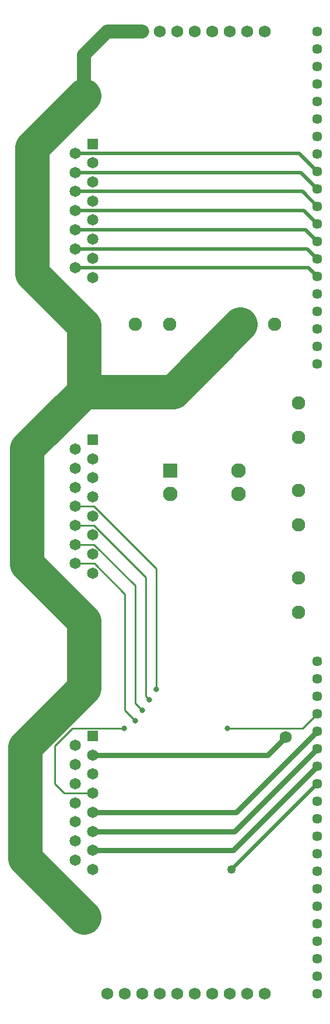
<source format=gbr>
%TF.GenerationSoftware,KiCad,Pcbnew,8.0.7*%
%TF.CreationDate,2025-01-14T17:00:07-05:00*%
%TF.ProjectId,IO Board,494f2042-6f61-4726-942e-6b696361645f,rev?*%
%TF.SameCoordinates,Original*%
%TF.FileFunction,Copper,L2,Bot*%
%TF.FilePolarity,Positive*%
%FSLAX46Y46*%
G04 Gerber Fmt 4.6, Leading zero omitted, Abs format (unit mm)*
G04 Created by KiCad (PCBNEW 8.0.7) date 2025-01-14 17:00:07*
%MOMM*%
%LPD*%
G01*
G04 APERTURE LIST*
%TA.AperFunction,ComponentPad*%
%ADD10R,2.108200X2.108200*%
%TD*%
%TA.AperFunction,ComponentPad*%
%ADD11C,2.108200*%
%TD*%
%TA.AperFunction,ComponentPad*%
%ADD12C,1.950000*%
%TD*%
%TA.AperFunction,ComponentPad*%
%ADD13R,1.650000X1.650000*%
%TD*%
%TA.AperFunction,ComponentPad*%
%ADD14C,1.650000*%
%TD*%
%TA.AperFunction,ComponentPad*%
%ADD15C,4.216000*%
%TD*%
%TA.AperFunction,ComponentPad*%
%ADD16C,1.750000*%
%TD*%
%TA.AperFunction,ComponentPad*%
%ADD17C,1.447800*%
%TD*%
%TA.AperFunction,ViaPad*%
%ADD18C,0.800000*%
%TD*%
%TA.AperFunction,ViaPad*%
%ADD19C,1.750000*%
%TD*%
%TA.AperFunction,ViaPad*%
%ADD20C,1.250000*%
%TD*%
%TA.AperFunction,Conductor*%
%ADD21C,0.500000*%
%TD*%
%TA.AperFunction,Conductor*%
%ADD22C,0.250000*%
%TD*%
%TA.AperFunction,Conductor*%
%ADD23C,0.750000*%
%TD*%
%TA.AperFunction,Conductor*%
%ADD24C,5.000000*%
%TD*%
%TA.AperFunction,Conductor*%
%ADD25C,2.000000*%
%TD*%
G04 APERTURE END LIST*
D10*
%TO.P,F1,1,1*%
%TO.N,Net-(F1-Pad1)*%
X108200000Y-84100000D03*
D11*
%TO.P,F1,2,2*%
X108200000Y-87503600D03*
%TO.P,F1,3,3*%
%TO.N,Net-(F1-Pad3)*%
X118106000Y-87503600D03*
%TO.P,F1,4,4*%
X118106000Y-84100000D03*
%TD*%
D12*
%TO.P,J8,1*%
%TO.N,Net-(J1-Pad1)*%
X118400000Y-62850000D03*
%TO.P,J8,2*%
X123400000Y-62850000D03*
%TD*%
%TO.P,J10,1*%
%TO.N,Net-(F1-Pad3)*%
X126800000Y-86940000D03*
%TO.P,J10,2*%
X126800000Y-91940000D03*
%TD*%
D13*
%TO.P,J4,01,01*%
%TO.N,Net-(J4-Pad01)*%
X96930000Y-122615000D03*
D14*
%TO.P,J4,02,02*%
%TO.N,unconnected-(J4-Pad02)*%
X96930000Y-125385000D03*
%TO.P,J4,03,03*%
%TO.N,unconnected-(J4-Pad03)*%
X96930000Y-128155000D03*
%TO.P,J4,04,04*%
%TO.N,Net-(J4-Pad04)*%
X96930000Y-130925000D03*
%TO.P,J4,05,05*%
%TO.N,Net-(J4-Pad05)*%
X96930000Y-133695000D03*
%TO.P,J4,06,06*%
%TO.N,Net-(J4-Pad06)*%
X96930000Y-136465000D03*
%TO.P,J4,07,07*%
%TO.N,Net-(J4-Pad07)*%
X96930000Y-139235000D03*
%TO.P,J4,08,08*%
%TO.N,Net-(J4-Pad08)*%
X96930000Y-142005000D03*
%TO.P,J4,09,09*%
%TO.N,Net-(J4-Pad09)*%
X94390000Y-124000000D03*
%TO.P,J4,10,10*%
%TO.N,Net-(J4-Pad10)*%
X94390000Y-126770000D03*
%TO.P,J4,11,11*%
%TO.N,Net-(J4-Pad11)*%
X94390000Y-129540000D03*
%TO.P,J4,12,12*%
%TO.N,Net-(J4-Pad12)*%
X94390000Y-132310000D03*
%TO.P,J4,13,13*%
%TO.N,Net-(J4-Pad13)*%
X94390000Y-135080000D03*
%TO.P,J4,14,14*%
%TO.N,Net-(J4-Pad14)*%
X94390000Y-137850000D03*
%TO.P,J4,15,15*%
%TO.N,Net-(J4-Pad15)*%
X94390000Y-140620000D03*
D15*
%TO.P,J4,S1,SHIELD*%
%TO.N,Net-(J1-Pad1)*%
X95660000Y-115650000D03*
%TO.P,J4,S2,SHIELD*%
X95660000Y-148970000D03*
%TD*%
D16*
%TO.P,REF\u002A\u002A,1*%
%TO.N,N/C*%
X99060000Y-160020000D03*
%TO.P,REF\u002A\u002A,2*%
X101600000Y-160020000D03*
%TO.P,REF\u002A\u002A,3*%
X104140000Y-160020000D03*
%TO.P,REF\u002A\u002A,4*%
X106680000Y-160020000D03*
%TO.P,REF\u002A\u002A,5*%
X109220000Y-160020000D03*
%TO.P,REF\u002A\u002A,6*%
X111760000Y-160020000D03*
%TO.P,REF\u002A\u002A,7*%
X114300000Y-160020000D03*
%TO.P,REF\u002A\u002A,8*%
X116840000Y-160020000D03*
%TO.P,REF\u002A\u002A,9*%
X119380000Y-160020000D03*
%TO.P,REF\u002A\u002A,10*%
X121920000Y-160020000D03*
%TD*%
D12*
%TO.P,J11,1*%
%TO.N,Net-(F1-Pad1)*%
X126800000Y-99700000D03*
%TO.P,J11,2*%
X126800000Y-104700000D03*
%TD*%
D17*
%TO.P,J5,1,1*%
%TO.N,Net-(J2-Pad01)*%
X129540000Y-20340500D03*
%TO.P,J5,2,2*%
%TO.N,Net-(J2-Pad02)*%
X129540000Y-22880500D03*
%TO.P,J5,3,3*%
%TO.N,Net-(J2-Pad03)*%
X129540000Y-25420500D03*
%TO.P,J5,4,4*%
%TO.N,Net-(J2-Pad04)*%
X129540000Y-27960500D03*
%TO.P,J5,5,5*%
%TO.N,unconnected-(J5-Pad5)*%
X129540000Y-30500500D03*
%TO.P,J5,6,6*%
%TO.N,Net-(J2-Pad06)*%
X129540000Y-33040500D03*
%TO.P,J5,7,7*%
%TO.N,Net-(J2-Pad07)*%
X129540000Y-35580500D03*
%TO.P,J5,8,8*%
%TO.N,Net-(J2-Pad08)*%
X129540000Y-38120500D03*
%TO.P,J5,9,9*%
%TO.N,Net-(J2-Pad09)*%
X129540000Y-40660500D03*
%TO.P,J5,10,10*%
%TO.N,Net-(J2-Pad10)*%
X129540000Y-43200500D03*
%TO.P,J5,11,11*%
%TO.N,Net-(J2-Pad11)*%
X129540000Y-45740500D03*
%TO.P,J5,12,12*%
%TO.N,Net-(J2-Pad12)*%
X129540000Y-48280500D03*
%TO.P,J5,13,13*%
%TO.N,Net-(J2-Pad13)*%
X129540000Y-50820500D03*
%TO.P,J5,14,14*%
%TO.N,Net-(J2-Pad14)*%
X129540000Y-53360500D03*
%TO.P,J5,15,15*%
%TO.N,Net-(J2-Pad15)*%
X129540000Y-55900500D03*
%TO.P,J5,16,16*%
%TO.N,unconnected-(J5-Pad16)*%
X129540000Y-58440500D03*
%TO.P,J5,17,17*%
%TO.N,unconnected-(J5-Pad17)*%
X129540000Y-60980500D03*
%TO.P,J5,18,18*%
%TO.N,unconnected-(J5-Pad18)*%
X129540000Y-63520500D03*
%TO.P,J5,19,19*%
%TO.N,unconnected-(J5-Pad19)*%
X129540000Y-66060500D03*
%TO.P,J5,20,20*%
%TO.N,unconnected-(J5-Pad20)*%
X129540000Y-68600500D03*
%TD*%
%TO.P,J6,1,1*%
%TO.N,unconnected-(J6-Pad1)*%
X129540000Y-111760000D03*
%TO.P,J6,2,2*%
%TO.N,unconnected-(J4-Pad02)*%
X129540000Y-114300000D03*
%TO.P,J6,3,3*%
%TO.N,unconnected-(J6-Pad3)*%
X129540000Y-116840000D03*
%TO.P,J6,4,4*%
%TO.N,Net-(J6-Pad4)*%
X129540000Y-119380000D03*
%TO.P,J6,5,5*%
%TO.N,Net-(J4-Pad05)*%
X129540000Y-121920000D03*
%TO.P,J6,6,6*%
%TO.N,Net-(J4-Pad06)*%
X129540000Y-124460000D03*
%TO.P,J6,7,7*%
%TO.N,Net-(J4-Pad07)*%
X129540000Y-127000000D03*
%TO.P,J6,8,8*%
%TO.N,Net-(J6-Pad8)*%
X129540000Y-129540000D03*
%TO.P,J6,9,9*%
%TO.N,Net-(J3-Pad12)*%
X129540000Y-132080000D03*
%TO.P,J6,10,10*%
%TO.N,Net-(J3-Pad13)*%
X129540000Y-134620000D03*
%TO.P,J6,11,11*%
%TO.N,Net-(J3-Pad14)*%
X129540000Y-137160000D03*
%TO.P,J6,12,12*%
%TO.N,Net-(J3-Pad15)*%
X129540000Y-139700000D03*
%TO.P,J6,13,13*%
%TO.N,unconnected-(J6-Pad13)*%
X129540000Y-142240000D03*
%TO.P,J6,14,14*%
%TO.N,unconnected-(J6-Pad14)*%
X129540000Y-144780000D03*
%TO.P,J6,15,15*%
%TO.N,unconnected-(J6-Pad15)*%
X129540000Y-147320000D03*
%TO.P,J6,16,16*%
%TO.N,unconnected-(J6-Pad16)*%
X129540000Y-149860000D03*
%TO.P,J6,17,17*%
%TO.N,unconnected-(J6-Pad17)*%
X129540000Y-152400000D03*
%TO.P,J6,18,18*%
%TO.N,unconnected-(J6-Pad18)*%
X129540000Y-154940000D03*
%TO.P,J6,19,19*%
%TO.N,unconnected-(J6-Pad19)*%
X129540000Y-157480000D03*
%TO.P,J6,20,20*%
%TO.N,unconnected-(J6-Pad20)*%
X129540000Y-160020000D03*
%TD*%
D13*
%TO.P,J2,01,01*%
%TO.N,Net-(J2-Pad01)*%
X96930000Y-36640750D03*
D14*
%TO.P,J2,02,02*%
%TO.N,Net-(J2-Pad02)*%
X96930000Y-39410750D03*
%TO.P,J2,03,03*%
%TO.N,Net-(J2-Pad03)*%
X96930000Y-42180750D03*
%TO.P,J2,04,04*%
%TO.N,Net-(J2-Pad04)*%
X96930000Y-44950750D03*
%TO.P,J2,05,05*%
%TO.N,unconnected-(J2-Pad05)*%
X96930000Y-47720750D03*
%TO.P,J2,06,06*%
%TO.N,Net-(J2-Pad06)*%
X96930000Y-50490750D03*
%TO.P,J2,07,07*%
%TO.N,Net-(J2-Pad07)*%
X96930000Y-53260750D03*
%TO.P,J2,08,08*%
%TO.N,Net-(J2-Pad08)*%
X96930000Y-56030750D03*
%TO.P,J2,09,09*%
%TO.N,Net-(J2-Pad09)*%
X94390000Y-38025750D03*
%TO.P,J2,10,10*%
%TO.N,Net-(J2-Pad10)*%
X94390000Y-40795750D03*
%TO.P,J2,11,11*%
%TO.N,Net-(J2-Pad11)*%
X94390000Y-43565750D03*
%TO.P,J2,12,12*%
%TO.N,Net-(J2-Pad12)*%
X94390000Y-46335750D03*
%TO.P,J2,13,13*%
%TO.N,Net-(J2-Pad13)*%
X94390000Y-49105750D03*
%TO.P,J2,14,14*%
%TO.N,Net-(J2-Pad14)*%
X94390000Y-51875750D03*
%TO.P,J2,15,15*%
%TO.N,Net-(J2-Pad15)*%
X94390000Y-54645750D03*
D15*
%TO.P,J2,S1,SHIELD*%
%TO.N,Net-(J1-Pad1)*%
X95660000Y-29675750D03*
%TO.P,J2,S2,SHIELD*%
X95660000Y-62995750D03*
%TD*%
D13*
%TO.P,J3,01,01*%
%TO.N,unconnected-(J3-Pad01)*%
X96930000Y-79580750D03*
D14*
%TO.P,J3,02,02*%
%TO.N,unconnected-(J3-Pad02)*%
X96930000Y-82350750D03*
%TO.P,J3,03,03*%
%TO.N,unconnected-(J3-Pad03)*%
X96930000Y-85120750D03*
%TO.P,J3,04,04*%
%TO.N,unconnected-(J3-Pad04)*%
X96930000Y-87890750D03*
%TO.P,J3,05,05*%
%TO.N,unconnected-(J3-Pad05)*%
X96930000Y-90660750D03*
%TO.P,J3,06,06*%
%TO.N,unconnected-(J3-Pad06)*%
X96930000Y-93430750D03*
%TO.P,J3,07,07*%
%TO.N,unconnected-(J3-Pad07)*%
X96930000Y-96200750D03*
%TO.P,J3,08,08*%
%TO.N,unconnected-(J3-Pad08)*%
X96930000Y-98970750D03*
%TO.P,J3,09,09*%
%TO.N,unconnected-(J3-Pad09)*%
X94390000Y-80965750D03*
%TO.P,J3,10,10*%
%TO.N,unconnected-(J3-Pad10)*%
X94390000Y-83735750D03*
%TO.P,J3,11,11*%
%TO.N,unconnected-(J3-Pad11)*%
X94390000Y-86505750D03*
%TO.P,J3,12,12*%
%TO.N,Net-(J3-Pad12)*%
X94390000Y-89275750D03*
%TO.P,J3,13,13*%
%TO.N,Net-(J3-Pad13)*%
X94390000Y-92045750D03*
%TO.P,J3,14,14*%
%TO.N,Net-(J3-Pad14)*%
X94390000Y-94815750D03*
%TO.P,J3,15,15*%
%TO.N,Net-(J3-Pad15)*%
X94390000Y-97585750D03*
D15*
%TO.P,J3,S1,SHIELD*%
%TO.N,Net-(J1-Pad1)*%
X95660000Y-72615750D03*
%TO.P,J3,S2,SHIELD*%
X95660000Y-105935750D03*
%TD*%
D12*
%TO.P,J7,1*%
%TO.N,Net-(F1-Pad1)*%
X103100000Y-62850000D03*
%TO.P,J7,2*%
X108100000Y-62850000D03*
%TD*%
D16*
%TO.P,J1,1,1*%
%TO.N,Net-(J1-Pad1)*%
X99060000Y-20320000D03*
%TO.P,J1,2,2*%
X101600000Y-20320000D03*
%TO.P,J1,3,3*%
X104140000Y-20320000D03*
%TO.P,J1,4,4*%
%TO.N,unconnected-(J1-Pad4)*%
X106680000Y-20320000D03*
%TO.P,J1,5,5*%
%TO.N,unconnected-(J1-Pad5)*%
X109220000Y-20320000D03*
%TO.P,J1,6,6*%
%TO.N,unconnected-(J1-Pad6)*%
X111760000Y-20320000D03*
%TO.P,J1,7,7*%
%TO.N,unconnected-(J1-Pad7)*%
X114300000Y-20320000D03*
%TO.P,J1,8,8*%
%TO.N,unconnected-(J1-Pad8)*%
X116840000Y-20320000D03*
%TO.P,J1,9,9*%
%TO.N,unconnected-(J1-Pad9)*%
X119380000Y-20320000D03*
%TO.P,J1,10,10*%
%TO.N,unconnected-(J1-Pad10)*%
X121920000Y-20320000D03*
%TD*%
D12*
%TO.P,J9,1*%
%TO.N,Net-(J1-Pad1)*%
X126800000Y-74280000D03*
%TO.P,J9,2*%
X126800000Y-79280000D03*
%TD*%
D18*
%TO.N,Net-(J3-Pad12)*%
X106172000Y-115824000D03*
%TO.N,Net-(J3-Pad13)*%
X105156000Y-117348000D03*
%TO.N,Net-(J3-Pad15)*%
X103124000Y-120396000D03*
%TO.N,Net-(J3-Pad14)*%
X104140000Y-118872000D03*
%TO.N,Net-(J4-Pad04)*%
X101500000Y-121490000D03*
D19*
%TO.N,unconnected-(J4-Pad02)*%
X125000000Y-122750000D03*
D20*
%TO.N,Net-(J6-Pad8)*%
X117094000Y-141986000D03*
D18*
%TO.N,Net-(J6-Pad4)*%
X116490000Y-121490000D03*
%TD*%
D21*
%TO.N,Net-(J2-Pad10)*%
X127155750Y-40795750D02*
X129540000Y-43180000D01*
X94390000Y-40795750D02*
X127155750Y-40795750D01*
%TO.N,Net-(J2-Pad11)*%
X94390000Y-43565750D02*
X127385750Y-43565750D01*
X127385750Y-43565750D02*
X129540000Y-45720000D01*
%TO.N,Net-(J2-Pad09)*%
X126925750Y-38025750D02*
X94390000Y-38025750D01*
X126925750Y-38025750D02*
X129540000Y-40640000D01*
D22*
%TO.N,Net-(J3-Pad12)*%
X106172000Y-98311759D02*
X106172000Y-115824000D01*
X97135991Y-89275750D02*
X106172000Y-98311759D01*
X94390000Y-89275750D02*
X97135991Y-89275750D01*
%TO.N,Net-(J3-Pad13)*%
X104648000Y-99557759D02*
X104648000Y-116840000D01*
X104648000Y-116840000D02*
X105156000Y-117348000D01*
X97135991Y-92045750D02*
X104648000Y-99557759D01*
X94390000Y-92045750D02*
X97135991Y-92045750D01*
%TO.N,Net-(J3-Pad15)*%
X101600000Y-102014404D02*
X101600000Y-118872000D01*
X97171346Y-97585750D02*
X101600000Y-102014404D01*
X94390000Y-97585750D02*
X97135991Y-97585750D01*
X101600000Y-118872000D02*
X103124000Y-120396000D01*
X97135991Y-97585750D02*
X97171346Y-97585750D01*
%TO.N,Net-(J3-Pad14)*%
X94390000Y-94815750D02*
X97135991Y-94815750D01*
X103124000Y-100803759D02*
X103124000Y-117856000D01*
X97135991Y-94815750D02*
X103124000Y-100803759D01*
X103124000Y-117856000D02*
X104140000Y-118872000D01*
D21*
%TO.N,Net-(J2-Pad12)*%
X94390000Y-46335750D02*
X127615750Y-46335750D01*
X127615750Y-46335750D02*
X129540000Y-48260000D01*
%TO.N,Net-(J2-Pad13)*%
X94390000Y-49105750D02*
X127845750Y-49105750D01*
X127845750Y-49105750D02*
X129540000Y-50800000D01*
%TO.N,Net-(J2-Pad15)*%
X94390000Y-54645750D02*
X128305750Y-54645750D01*
X128305750Y-54645750D02*
X129540000Y-55880000D01*
%TO.N,Net-(J2-Pad14)*%
X128075750Y-51875750D02*
X129540000Y-53340000D01*
X94390000Y-51875750D02*
X128075750Y-51875750D01*
D22*
%TO.N,Net-(J4-Pad04)*%
X91440000Y-129540000D02*
X92825000Y-130925000D01*
X101500000Y-121490000D02*
X94010000Y-121490000D01*
X94010000Y-121490000D02*
X91440000Y-124060000D01*
X92825000Y-130925000D02*
X96930000Y-130925000D01*
X91440000Y-124060000D02*
X91440000Y-129540000D01*
D23*
%TO.N,Net-(J4-Pad07)*%
X96930000Y-139235000D02*
X117305000Y-139235000D01*
X117305000Y-139235000D02*
X129540000Y-127000000D01*
%TO.N,Net-(J4-Pad05)*%
X96930000Y-133695000D02*
X117765000Y-133695000D01*
X117765000Y-133695000D02*
X129540000Y-121920000D01*
%TO.N,Net-(J4-Pad06)*%
X96930000Y-136465000D02*
X117535000Y-136465000D01*
X117535000Y-136465000D02*
X129540000Y-124460000D01*
%TO.N,unconnected-(J4-Pad02)*%
X116250000Y-125385000D02*
X116750000Y-125385000D01*
X96930000Y-125385000D02*
X116250000Y-125385000D01*
X116750000Y-125385000D02*
X122365000Y-125385000D01*
X122365000Y-125385000D02*
X125000000Y-122750000D01*
D21*
%TO.N,Net-(J6-Pad8)*%
X117094000Y-141986000D02*
X129540000Y-129540000D01*
X117080000Y-142000000D02*
X117094000Y-141986000D01*
D24*
%TO.N,Net-(J1-Pad1)*%
X87376000Y-80899750D02*
X87376000Y-97651750D01*
X95660000Y-105935750D02*
X95660000Y-115650000D01*
X88138000Y-37197750D02*
X95660000Y-29675750D01*
X108634250Y-72615750D02*
X95660000Y-72615750D01*
D25*
X95660000Y-29675750D02*
X95660000Y-23720000D01*
D24*
X88138000Y-55473750D02*
X88138000Y-37197750D01*
X95660000Y-115650000D02*
X87122000Y-124188000D01*
X95660000Y-72615750D02*
X95660000Y-62995750D01*
D25*
X101600000Y-20320000D02*
X104140000Y-20320000D01*
X95660000Y-23720000D02*
X99060000Y-20320000D01*
D24*
X87122000Y-124188000D02*
X87122000Y-140432000D01*
X95660000Y-72615750D02*
X87376000Y-80899750D01*
X87376000Y-97651750D02*
X95660000Y-105935750D01*
X95660000Y-62995750D02*
X88138000Y-55473750D01*
D25*
X99060000Y-20320000D02*
X101600000Y-20320000D01*
D24*
X87122000Y-140432000D02*
X95660000Y-148970000D01*
X118400000Y-62850000D02*
X108634250Y-72615750D01*
D22*
%TO.N,Net-(J6-Pad4)*%
X127430000Y-121490000D02*
X129540000Y-119380000D01*
X116490000Y-121490000D02*
X127430000Y-121490000D01*
%TD*%
M02*

</source>
